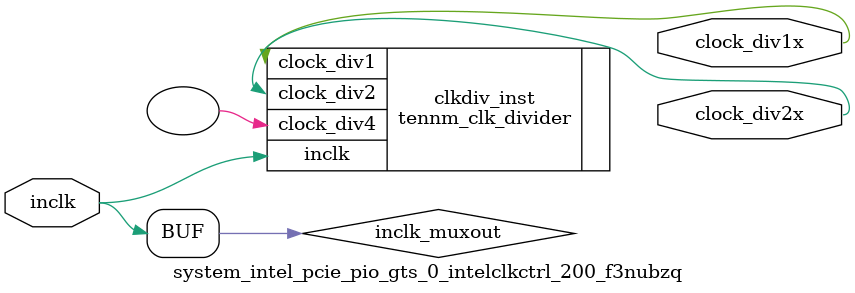
<source format=v>


`timescale 1 ps / 1 ps
// synopsys translate_on

module  system_intel_pcie_pio_gts_0_intelclkctrl_200_f3nubzq  (
    inclk,
    clock_div1x,
    clock_div2x
);

input inclk;
output clock_div1x;
output clock_div2x;

wire inclk_muxout;

assign inclk_muxout = inclk;   
tennm_clk_divider clkdiv_inst (
    .inclk(inclk_muxout), 
    .clock_div1(clock_div1x),
    .clock_div2(clock_div2x),
    .clock_div4()
);   

endmodule



</source>
